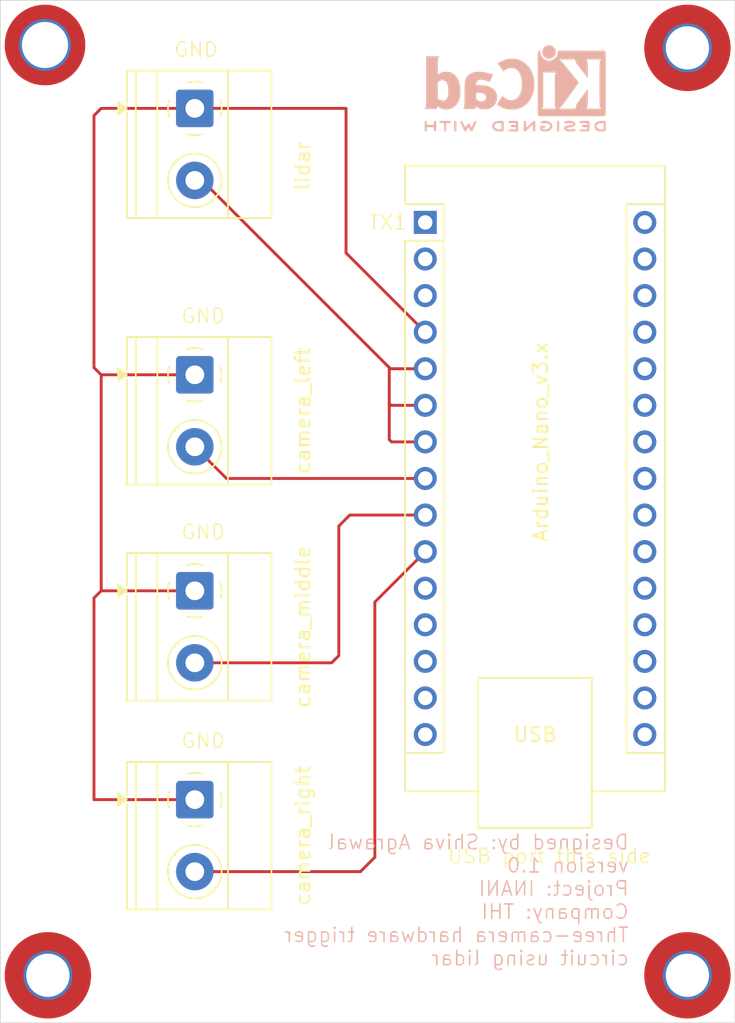
<source format=kicad_pcb>
(kicad_pcb (version 20241229) (generator "pcbnew") (generator_version "9.0")
  (layers (0 "F.Cu" signal) (2 "B.Cu" signal) (13 "F.Paste" user) (15 "B.Paste" user) (5 "F.SilkS" user "F.Silkscreen") (7 "B.SilkS" user "B.Silkscreen") (1 "F.Mask" user) (3 "B.Mask" user) (25 "Edge.Cuts" user))
  (net 0 "")
  (net 9 "Net-(A1-D2)")
  (net 19 "Net-(A1-D7)")
  (net 24 "Net-(A1-D6)")
  (net 25 "Net-(A1-D5)")
  (net 27 "Net-(J1-Pin_1)")
  (footprint "MountingHole:MountingHole_3mm_Pad_TopOnly" (layer "F.Cu") (at 126.7 139.7)
    (property "Reference" "REF**" (hide yes))
    (property "Value" "MountingHole_3mm_Pad_TopOnly" (hide yes))
    (pad "1" thru_hole circle (at 0 0) (size 3.4 3.4) (drill 3) (layers "*.Cu" "*.Mask"))
    (pad "1" connect circle (at 0 0) (size 6 6) (layers "F.Cu" "F.Mask"))
  )
  (footprint "Module:Arduino_Nano_WithMountingHoles" (layer "F.Cu") (at 108.5 87.42)
    (property "Reference" "A1" (hide yes))
    (property "Value" "Arduino_Nano_v3.x" (at 8 15.24 90) (layer "F.SilkS"))
    (fp_text user "USB" (at 7.62 35.56 0) (layer "F.SilkS"))
    (pad "" np_thru_hole circle (at 0 -2.54) (size 1.78 1.78) (drill 1.78) (layers "*.Cu" "*.Mask"))
    (pad "" np_thru_hole circle (at 0 38.1) (size 1.78 1.78) (drill 1.78) (layers "*.Cu" "*.Mask"))
    (pad "" np_thru_hole circle (at 15.24 -2.54) (size 1.78 1.78) (drill 1.78) (layers "*.Cu" "*.Mask"))
    (pad "" np_thru_hole circle (at 15.24 38.1) (size 1.78 1.78) (drill 1.78) (layers "*.Cu" "*.Mask"))
    (pad "1" thru_hole rect (at 0 0) (size 1.6 1.6) (drill 1) (layers "*.Cu" "*.Mask"))
    (pad "2" thru_hole oval (at 0 2.54) (size 1.6 1.6) (drill 1) (layers "*.Cu" "*.Mask"))
    (pad "3" thru_hole oval (at 0 5.08) (size 1.6 1.6) (drill 1) (layers "*.Cu" "*.Mask"))
    (pad "4" thru_hole oval (at 0 7.62) (size 1.6 1.6) (drill 1) (layers "*.Cu" "*.Mask") (net 27 "Net-(J1-Pin_1)"))
    (pad "5" thru_hole oval (at 0 10.16) (size 1.6 1.6) (drill 1) (layers "*.Cu" "*.Mask") (net 9 "Net-(A1-D2)"))
    (pad "6" thru_hole oval (at 0 12.7) (size 1.6 1.6) (drill 1) (layers "*.Cu" "*.Mask") (net 9 "Net-(A1-D2)"))
    (pad "7" thru_hole oval (at 0 15.24) (size 1.6 1.6) (drill 1) (layers "*.Cu" "*.Mask") (net 9 "Net-(A1-D2)"))
    (pad "8" thru_hole oval (at 0 17.78) (size 1.6 1.6) (drill 1) (layers "*.Cu" "*.Mask") (net 25 "Net-(A1-D5)"))
    (pad "9" thru_hole oval (at 0 20.32) (size 1.6 1.6) (drill 1) (layers "*.Cu" "*.Mask") (net 24 "Net-(A1-D6)"))
    (pad "10" thru_hole oval (at 0 22.86) (size 1.6 1.6) (drill 1) (layers "*.Cu" "*.Mask") (net 19 "Net-(A1-D7)"))
    (pad "11" thru_hole oval (at 0 25.4) (size 1.6 1.6) (drill 1) (layers "*.Cu" "*.Mask"))
    (pad "12" thru_hole oval (at 0 27.94) (size 1.6 1.6) (drill 1) (layers "*.Cu" "*.Mask"))
    (pad "13" thru_hole oval (at 0 30.48) (size 1.6 1.6) (drill 1) (layers "*.Cu" "*.Mask"))
    (pad "14" thru_hole oval (at 0 33.02) (size 1.6 1.6) (drill 1) (layers "*.Cu" "*.Mask"))
    (pad "15" thru_hole oval (at 0 35.56) (size 1.6 1.6) (drill 1) (layers "*.Cu" "*.Mask"))
    (pad "16" thru_hole oval (at 15.24 35.56) (size 1.6 1.6) (drill 1) (layers "*.Cu" "*.Mask"))
    (pad "17" thru_hole oval (at 15.24 33.02) (size 1.6 1.6) (drill 1) (layers "*.Cu" "*.Mask"))
    (pad "18" thru_hole oval (at 15.24 30.48) (size 1.6 1.6) (drill 1) (layers "*.Cu" "*.Mask"))
    (pad "19" thru_hole oval (at 15.24 27.94) (size 1.6 1.6) (drill 1) (layers "*.Cu" "*.Mask"))
    (pad "20" thru_hole oval (at 15.24 25.4) (size 1.6 1.6) (drill 1) (layers "*.Cu" "*.Mask"))
    (pad "21" thru_hole oval (at 15.24 22.86) (size 1.6 1.6) (drill 1) (layers "*.Cu" "*.Mask"))
    (pad "22" thru_hole oval (at 15.24 20.32) (size 1.6 1.6) (drill 1) (layers "*.Cu" "*.Mask"))
    (pad "23" thru_hole oval (at 15.24 17.78) (size 1.6 1.6) (drill 1) (layers "*.Cu" "*.Mask"))
    (pad "24" thru_hole oval (at 15.24 15.24) (size 1.6 1.6) (drill 1) (layers "*.Cu" "*.Mask"))
    (pad "25" thru_hole oval (at 15.24 12.7) (size 1.6 1.6) (drill 1) (layers "*.Cu" "*.Mask"))
    (pad "26" thru_hole oval (at 15.24 10.16) (size 1.6 1.6) (drill 1) (layers "*.Cu" "*.Mask"))
    (pad "27" thru_hole oval (at 15.24 7.62) (size 1.6 1.6) (drill 1) (layers "*.Cu" "*.Mask"))
    (pad "28" thru_hole oval (at 15.24 5.08) (size 1.6 1.6) (drill 1) (layers "*.Cu" "*.Mask"))
    (pad "29" thru_hole oval (at 15.24 2.54) (size 1.6 1.6) (drill 1) (layers "*.Cu" "*.Mask"))
    (pad "30" thru_hole oval (at 15.24 0) (size 1.6 1.6) (drill 1) (layers "*.Cu" "*.Mask"))
  )
  (footprint "MountingHole:MountingHole_3mm_Pad_TopOnly" (layer "F.Cu") (at 126.7 75.3)
    (property "Reference" "REF**" (hide yes))
    (property "Value" "MountingHole_3mm_Pad_TopOnly" (hide yes))
    (pad "1" thru_hole circle (at 0 0) (size 3.4 3.4) (drill 3) (layers "*.Cu" "*.Mask"))
    (pad "1" connect circle (at 0 0) (size 6 6) (layers "F.Cu" "F.Mask"))
  )
  (footprint "MountingHole:MountingHole_3.2mm_M3_DIN965_Pad_TopOnly" (layer "F.Cu") (at 82.1 75.1)
    (property "Reference" "REF**" (hide yes))
    (property "Value" "MountingHole_3.2mm_M3_DIN965_Pad_TopOnly" (hide yes))
    (pad "1" thru_hole circle (at 0 0) (size 3.6 3.6) (drill 3.2) (layers "*.Cu" "*.Mask"))
    (pad "1" connect circle (at 0 0) (size 5.6 5.6) (layers "F.Cu" "F.Mask"))
  )
  (footprint "MountingHole:MountingHole_3mm_Pad_TopOnly" (layer "F.Cu") (at 82.3 139.7)
    (property "Reference" "REF**" (hide yes))
    (property "Value" "MountingHole_3mm_Pad_TopOnly" (hide yes))
    (pad "1" thru_hole circle (at 0 0) (size 3.4 3.4) (drill 3) (layers "*.Cu" "*.Mask"))
    (pad "1" connect circle (at 0 0) (size 6 6) (layers "F.Cu" "F.Mask"))
  )
  (footprint "TerminalBlock_Phoenix:TerminalBlock_Phoenix_MKDS-1,5-2_1x02_P5.00mm_Horizontal" (layer "F.Cu") (at 92.5 127.5 -90)
    (property "Reference" "J4" (hide yes))
    (property "Value" "camera_right" (at 2.5 -7.5 90) (layer "F.SilkS"))
    (pad "1" thru_hole roundrect (at 0 0 270) (size 2.6 2.6) (drill 1.3) (layers "*.Cu" "*.Mask") (roundrect_rratio 0.096154) (net 27 "Net-(J1-Pin_1)"))
    (pad "2" thru_hole circle (at 5 0 270) (size 2.6 2.6) (drill 1.3) (layers "*.Cu" "*.Mask") (net 19 "Net-(A1-D7)"))
  )
  (footprint "TerminalBlock_Phoenix:TerminalBlock_Phoenix_MKDS-1,5-2_1x02_P5.00mm_Horizontal" (layer "F.Cu") (at 92.5 79.5 -90)
    (property "Reference" "J1" (hide yes))
    (property "Value" "lidar" (at 4 -7.5 90) (layer "F.SilkS"))
    (pad "1" thru_hole roundrect (at 0 0 270) (size 2.6 2.6) (drill 1.3) (layers "*.Cu" "*.Mask") (roundrect_rratio 0.096154) (net 27 "Net-(J1-Pin_1)"))
    (pad "2" thru_hole circle (at 5 0 270) (size 2.6 2.6) (drill 1.3) (layers "*.Cu" "*.Mask") (net 9 "Net-(A1-D2)"))
  )
  (footprint "TerminalBlock_Phoenix:TerminalBlock_Phoenix_MKDS-1,5-2_1x02_P5.00mm_Horizontal" (layer "F.Cu") (at 92.5 113 -90)
    (property "Reference" "J3" (hide yes))
    (property "Value" "camera_middle" (at 2.5 -7.5 90) (layer "F.SilkS"))
    (pad "1" thru_hole roundrect (at 0 0 270) (size 2.6 2.6) (drill 1.3) (layers "*.Cu" "*.Mask") (roundrect_rratio 0.096154) (net 27 "Net-(J1-Pin_1)"))
    (pad "2" thru_hole circle (at 5 0 270) (size 2.6 2.6) (drill 1.3) (layers "*.Cu" "*.Mask") (net 24 "Net-(A1-D6)"))
  )
  (footprint "TerminalBlock_Phoenix:TerminalBlock_Phoenix_MKDS-1,5-2_1x02_P5.00mm_Horizontal" (layer "F.Cu") (at 92.5 98 -90)
    (property "Reference" "J2" (hide yes))
    (property "Value" "camera_left" (at 2.5 -7.5 90) (layer "F.SilkS"))
    (pad "1" thru_hole roundrect (at 0 0 270) (size 2.6 2.6) (drill 1.3) (layers "*.Cu" "*.Mask") (roundrect_rratio 0.096154) (net 27 "Net-(J1-Pin_1)"))
    (pad "2" thru_hole circle (at 5 0 270) (size 2.6 2.6) (drill 1.3) (layers "*.Cu" "*.Mask") (net 25 "Net-(A1-D5)"))
  )
  (footprint "Symbol:KiCad-Logo2_5mm_SilkScreen" (layer "B.Cu") (at 114.75 78.1 180)
    (property "Reference" "REF**" (hide yes))
    (property "Value" "KiCad-Logo2_5mm_SilkScreen" (hide yes))
  )
  (gr_rect (start 79 72) (end 130 143) (stroke (width 0.05)) (fill no) (layer "Edge.Cuts"))
  (gr_text "GND\n" (at 91 76 0) (layer "F.SilkS") (effects (font (size 1 1) (thickness 0.1)) (justify left bottom)))
  (gr_text "GND\n" (at 91.5 94.5 0) (layer "F.SilkS") (effects (font (size 1 1) (thickness 0.1)) (justify left bottom)))
  (gr_text "TX1" (at 104.5 88 0) (layer "F.SilkS") (effects (font (size 1 1) (thickness 0.1)) (justify left bottom)))
  (gr_text "GND\n" (at 91.5 124 0) (layer "F.SilkS") (effects (font (size 1 1) (thickness 0.1)) (justify left bottom)))
  (gr_text "USB port this side" (at 110 132 0) (layer "F.SilkS") (effects (font (size 1 1) (thickness 0.1)) (justify left bottom)))
  (gr_text "GND\n" (at 91.5 109.5 0) (layer "F.SilkS") (effects (font (size 1 1) (thickness 0.1)) (justify left bottom)))
  (gr_text "Designed by: Shiva Agrawal\nversion 1.0\nProject: INANI\nCompany: THI\nThree-camera hardware trigger \ncircuit using lidar\n\n" (at 122.7 140.7 0) (layer "B.SilkS") (effects (font (size 1 1) (thickness 0.1)) (justify left bottom mirror)))
  (segment (start 106 100) (end 106 97.5) (width 0.2) (layer "F.Cu") (net 9))
  (segment (start 93 84.5) (end 106 97.5) (width 0.2) (layer "F.Cu") (net 9))
  (segment (start 106 97.5) (end 106.08 97.58) (width 0.2) (layer "F.Cu") (net 9))
  (segment (start 106.08 97.58) (end 108.5 97.58) (width 0.2) (layer "F.Cu") (net 9))
  (segment (start 108.5 102.66) (end 106.16 102.66) (width 0.2) (layer "F.Cu") (net 9))
  (segment (start 106.12 100.12) (end 106 100) (width 0.2) (layer "F.Cu") (net 9))
  (segment (start 92.5 84.5) (end 93 84.5) (width 0.2) (layer "F.Cu") (net 9))
  (segment (start 106 102.5) (end 106 100) (width 0.2) (layer "F.Cu") (net 9))
  (segment (start 106.16 102.66) (end 106 102.5) (width 0.2) (layer "F.Cu") (net 9))
  (segment (start 108.5 100.12) (end 106.12 100.12) (width 0.2) (layer "F.Cu") (net 9))
  (segment (start 105 113.78) (end 108.5 110.28) (width 0.2) (layer "F.Cu") (net 19))
  (segment (start 92.5 132.5) (end 104 132.5) (width 0.2) (layer "F.Cu") (net 19))
  (segment (start 104 132.5) (end 105 131.5) (width 0.2) (layer "F.Cu") (net 19))
  (segment (start 105 131.5) (end 105 113.78) (width 0.2) (layer "F.Cu") (net 19))
  (segment (start 92.5 118) (end 102 118) (width 0.2) (layer "F.Cu") (net 24))
  (segment (start 102.5 117.5) (end 102.5 108.5) (width 0.2) (layer "F.Cu") (net 24))
  (segment (start 102.5 108.5) (end 103.26 107.74) (width 0.2) (layer "F.Cu") (net 24))
  (segment (start 103.26 107.74) (end 108.5 107.74) (width 0.2) (layer "F.Cu") (net 24))
  (segment (start 102 118) (end 102.5 117.5) (width 0.2) (layer "F.Cu") (net 24))
  (segment (start 94.7 105.2) (end 108.5 105.2) (width 0.2) (layer "F.Cu") (net 25))
  (segment (start 92.5 103) (end 94.7 105.2) (width 0.2) (layer "F.Cu") (net 25))
  (segment (start 85.5 97.5) (end 85.5 80) (width 0.2) (layer "F.Cu") (net 27))
  (segment (start 92.5 79.5) (end 103 79.5) (width 0.2) (layer "F.Cu") (net 27))
  (segment (start 86 79.5) (end 92.5 79.5) (width 0.2) (layer "F.Cu") (net 27))
  (segment (start 85.5 80) (end 86 79.5) (width 0.2) (layer "F.Cu") (net 27))
  (segment (start 92.5 127.5) (end 85.5 127.5) (width 0.2) (layer "F.Cu") (net 27))
  (segment (start 86 98) (end 85.5 97.5) (width 0.2) (layer "F.Cu") (net 27))
  (segment (start 103 79.5) (end 103 89.54) (width 0.2) (layer "F.Cu") (net 27))
  (segment (start 92.5 98) (end 86 98) (width 0.2) (layer "F.Cu") (net 27))
  (segment (start 103 89.54) (end 108.5 95.04) (width 0.2) (layer "F.Cu") (net 27))
  (segment (start 92.5 113) (end 86 113) (width 0.2) (layer "F.Cu") (net 27))
  (segment (start 85.5 127.5) (end 85.5 113.5) (width 0.2) (layer "F.Cu") (net 27))
  (segment (start 85.5 113.5) (end 86 113) (width 0.2) (layer "F.Cu") (net 27))
  (segment (start 86 113) (end 86 98) (width 0.2) (layer "F.Cu") (net 27))
)
</source>
